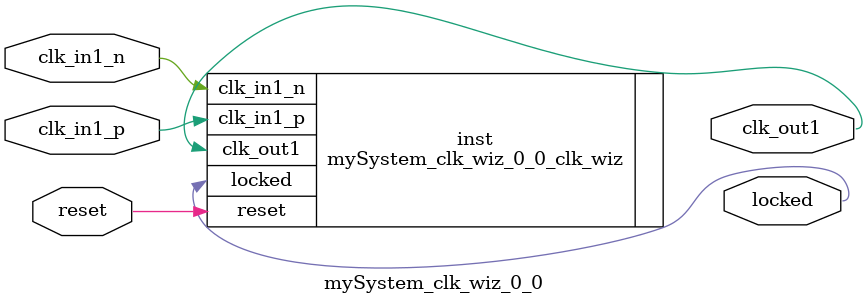
<source format=v>


`timescale 1ps/1ps

(* CORE_GENERATION_INFO = "mySystem_clk_wiz_0_0,clk_wiz_v6_0_4_0_0,{component_name=mySystem_clk_wiz_0_0,use_phase_alignment=false,use_min_o_jitter=false,use_max_i_jitter=false,use_dyn_phase_shift=false,use_inclk_switchover=false,use_dyn_reconfig=false,enable_axi=0,feedback_source=FDBK_AUTO,PRIMITIVE=PLL,num_out_clk=1,clkin1_period=3.333,clkin2_period=10.0,use_power_down=false,use_reset=true,use_locked=true,use_inclk_stopped=false,feedback_type=SINGLE,CLOCK_MGR_TYPE=NA,manual_override=false}" *)

module mySystem_clk_wiz_0_0 
 (
  // Clock out ports
  output        clk_out1,
  // Status and control signals
  input         reset,
  output        locked,
 // Clock in ports
  input         clk_in1_p,
  input         clk_in1_n
 );

  mySystem_clk_wiz_0_0_clk_wiz inst
  (
  // Clock out ports  
  .clk_out1(clk_out1),
  // Status and control signals               
  .reset(reset), 
  .locked(locked),
 // Clock in ports
  .clk_in1_p(clk_in1_p),
  .clk_in1_n(clk_in1_n)
  );

endmodule

</source>
